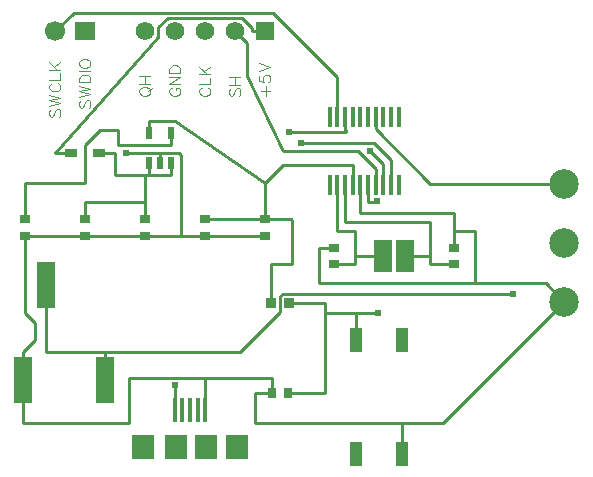
<source format=gtl>
G04 Layer: TopLayer*
G04 EasyEDA v6.5.43, 2024-08-21 00:37:48*
G04 cb6e2e9fbd21486d88ae5690d2d3dc00,10*
G04 Gerber Generator version 0.2*
G04 Scale: 100 percent, Rotated: No, Reflected: No *
G04 Dimensions in millimeters *
G04 leading zeros omitted , absolute positions ,4 integer and 5 decimal *
%FSLAX45Y45*%
%MOMM*%

%AMMACRO1*21,1,$1,$2,0,0,$3*%
%ADD10C,0.1000*%
%ADD11C,0.2540*%
%ADD12O,0.36400740000000004X1.7420082*%
%ADD13R,0.9000X0.8000*%
%ADD14R,1.0000X0.7500*%
%ADD15R,0.6000X1.1000*%
%ADD16MACRO1,1.5X2.7X0.0000*%
%ADD17R,0.4500X2.0000*%
%ADD18R,1.9000X2.1000*%
%ADD19R,0.8000X0.9000*%
%ADD20MACRO1,0.864X0.8065X-90.0000*%
%ADD21R,1.5000X4.0000*%
%ADD22R,1.0000X2.0000*%
%ADD23C,1.5748*%
%ADD24R,1.5748X1.5748*%
%ADD25R,1.7000X1.5748*%
%ADD26C,1.7000*%
%ADD27C,2.5000*%
%ADD28C,0.6100*%
%ADD29C,0.0124*%

%LPD*%
D10*
X725426Y3162554D02*
G01*
X716536Y3153410D01*
X711964Y3139694D01*
X711964Y3121405D01*
X716536Y3107944D01*
X725426Y3098800D01*
X734570Y3098800D01*
X743714Y3103371D01*
X748286Y3107944D01*
X752858Y3117087D01*
X762002Y3144265D01*
X766320Y3153410D01*
X770892Y3157981D01*
X780036Y3162554D01*
X793752Y3162554D01*
X802896Y3153410D01*
X807468Y3139694D01*
X807468Y3121405D01*
X802896Y3107944D01*
X793752Y3098800D01*
X711964Y3192526D02*
G01*
X807468Y3215131D01*
X711964Y3237992D02*
G01*
X807468Y3215131D01*
X711964Y3237992D02*
G01*
X807468Y3260597D01*
X711964Y3283457D02*
G01*
X807468Y3260597D01*
X734570Y3381502D02*
G01*
X725426Y3376929D01*
X716536Y3367786D01*
X711964Y3358895D01*
X711964Y3340607D01*
X716536Y3331463D01*
X725426Y3322320D01*
X734570Y3318002D01*
X748286Y3313429D01*
X770892Y3313429D01*
X784608Y3318002D01*
X793752Y3322320D01*
X802896Y3331463D01*
X807468Y3340607D01*
X807468Y3358895D01*
X802896Y3367786D01*
X793752Y3376929D01*
X784608Y3381502D01*
X711964Y3411473D02*
G01*
X807468Y3411473D01*
X807468Y3411473D02*
G01*
X807468Y3466084D01*
X711964Y3496055D02*
G01*
X807468Y3496055D01*
X711964Y3559810D02*
G01*
X775464Y3496055D01*
X752858Y3518915D02*
G01*
X807468Y3559810D01*
X979426Y3238754D02*
G01*
X970536Y3229610D01*
X965964Y3215894D01*
X965964Y3197605D01*
X970536Y3184144D01*
X979426Y3175000D01*
X988570Y3175000D01*
X997714Y3179571D01*
X1002286Y3184144D01*
X1006858Y3193287D01*
X1016002Y3220465D01*
X1020320Y3229610D01*
X1024892Y3234181D01*
X1034036Y3238754D01*
X1047752Y3238754D01*
X1056896Y3229610D01*
X1061468Y3215894D01*
X1061468Y3197605D01*
X1056896Y3184144D01*
X1047752Y3175000D01*
X965964Y3268726D02*
G01*
X1061468Y3291331D01*
X965964Y3314192D02*
G01*
X1061468Y3291331D01*
X965964Y3314192D02*
G01*
X1061468Y3336797D01*
X965964Y3359657D02*
G01*
X1061468Y3336797D01*
X965964Y3389629D02*
G01*
X1061468Y3389629D01*
X965964Y3389629D02*
G01*
X965964Y3421379D01*
X970536Y3435095D01*
X979426Y3443986D01*
X988570Y3448557D01*
X1002286Y3453129D01*
X1024892Y3453129D01*
X1038608Y3448557D01*
X1047752Y3443986D01*
X1056896Y3435095D01*
X1061468Y3421379D01*
X1061468Y3389629D01*
X965964Y3483102D02*
G01*
X1061468Y3483102D01*
X965964Y3540505D02*
G01*
X970536Y3531362D01*
X979426Y3522218D01*
X988570Y3517645D01*
X1002286Y3513073D01*
X1024892Y3513073D01*
X1038608Y3517645D01*
X1047752Y3522218D01*
X1056896Y3531362D01*
X1061468Y3540505D01*
X1061468Y3558539D01*
X1056896Y3567684D01*
X1047752Y3576828D01*
X1038608Y3581400D01*
X1024892Y3585971D01*
X1002286Y3585971D01*
X988570Y3581400D01*
X979426Y3576828D01*
X970536Y3567684D01*
X965964Y3558539D01*
X965964Y3540505D01*
X1473964Y3303778D02*
G01*
X1478536Y3294887D01*
X1487426Y3285744D01*
X1496570Y3281171D01*
X1510286Y3276600D01*
X1532892Y3276600D01*
X1546608Y3281171D01*
X1555752Y3285744D01*
X1564896Y3294887D01*
X1569468Y3303778D01*
X1569468Y3322065D01*
X1564896Y3331210D01*
X1555752Y3340354D01*
X1546608Y3344671D01*
X1532892Y3349244D01*
X1510286Y3349244D01*
X1496570Y3344671D01*
X1487426Y3340354D01*
X1478536Y3331210D01*
X1473964Y3322065D01*
X1473964Y3303778D01*
X1551180Y3317494D02*
G01*
X1578358Y3344671D01*
X1473964Y3379215D02*
G01*
X1569468Y3379215D01*
X1473964Y3442970D02*
G01*
X1569468Y3442970D01*
X1519430Y3379215D02*
G01*
X1519430Y3442970D01*
X1750570Y3344671D02*
G01*
X1741426Y3340354D01*
X1732536Y3331210D01*
X1727964Y3322065D01*
X1727964Y3303778D01*
X1732536Y3294887D01*
X1741426Y3285744D01*
X1750570Y3281171D01*
X1764286Y3276600D01*
X1786892Y3276600D01*
X1800608Y3281171D01*
X1809752Y3285744D01*
X1818896Y3294887D01*
X1823468Y3303778D01*
X1823468Y3322065D01*
X1818896Y3331210D01*
X1809752Y3340354D01*
X1800608Y3344671D01*
X1786892Y3344671D01*
X1786892Y3322065D02*
G01*
X1786892Y3344671D01*
X1727964Y3374897D02*
G01*
X1823468Y3374897D01*
X1727964Y3374897D02*
G01*
X1823468Y3438397D01*
X1727964Y3438397D02*
G01*
X1823468Y3438397D01*
X1727964Y3468370D02*
G01*
X1823468Y3468370D01*
X1727964Y3468370D02*
G01*
X1727964Y3500120D01*
X1732536Y3513836D01*
X1741426Y3522979D01*
X1750570Y3527552D01*
X1764286Y3532123D01*
X1786892Y3532123D01*
X1800608Y3527552D01*
X1809752Y3522979D01*
X1818896Y3513836D01*
X1823468Y3500120D01*
X1823468Y3468370D01*
X2004570Y3344671D02*
G01*
X1995426Y3340354D01*
X1986536Y3331210D01*
X1981964Y3322065D01*
X1981964Y3303778D01*
X1986536Y3294887D01*
X1995426Y3285744D01*
X2004570Y3281171D01*
X2018286Y3276600D01*
X2040892Y3276600D01*
X2054608Y3281171D01*
X2063752Y3285744D01*
X2072896Y3294887D01*
X2077468Y3303778D01*
X2077468Y3322065D01*
X2072896Y3331210D01*
X2063752Y3340354D01*
X2054608Y3344671D01*
X1981964Y3374897D02*
G01*
X2077468Y3374897D01*
X2077468Y3374897D02*
G01*
X2077468Y3429254D01*
X1981964Y3459226D02*
G01*
X2077468Y3459226D01*
X1981964Y3522979D02*
G01*
X2045464Y3459226D01*
X2022858Y3482086D02*
G01*
X2077468Y3522979D01*
X2249426Y3340354D02*
G01*
X2240536Y3331210D01*
X2235964Y3317494D01*
X2235964Y3299205D01*
X2240536Y3285744D01*
X2249426Y3276600D01*
X2258570Y3276600D01*
X2267714Y3281171D01*
X2272286Y3285744D01*
X2276858Y3294887D01*
X2286002Y3322065D01*
X2290320Y3331210D01*
X2294892Y3335781D01*
X2304036Y3340354D01*
X2317752Y3340354D01*
X2326896Y3331210D01*
X2331468Y3317494D01*
X2331468Y3299205D01*
X2326896Y3285744D01*
X2317752Y3276600D01*
X2235964Y3370326D02*
G01*
X2331468Y3370326D01*
X2235964Y3433826D02*
G01*
X2331468Y3433826D01*
X2281430Y3370326D02*
G01*
X2281430Y3433826D01*
X2503426Y3317494D02*
G01*
X2585468Y3317494D01*
X2544320Y3276600D02*
G01*
X2544320Y3358387D01*
X2489964Y3442970D02*
G01*
X2489964Y3397504D01*
X2530858Y3392931D01*
X2526286Y3397504D01*
X2521714Y3411220D01*
X2521714Y3424681D01*
X2526286Y3438397D01*
X2535430Y3447542D01*
X2548892Y3452113D01*
X2558036Y3452113D01*
X2571752Y3447542D01*
X2580896Y3438397D01*
X2585468Y3424681D01*
X2585468Y3411220D01*
X2580896Y3397504D01*
X2576324Y3392931D01*
X2567180Y3388360D01*
X2489964Y3482086D02*
G01*
X2585468Y3518407D01*
X2489964Y3554729D02*
G01*
X2585468Y3518407D01*
D11*
X1186179Y869950D02*
G01*
X1186179Y1102690D01*
X1186179Y1102690D02*
G01*
X2323896Y1102690D01*
X2669133Y1447927D01*
X2669133Y1580794D01*
X2688412Y1600072D01*
X4639945Y1600072D01*
X3700221Y243916D02*
G01*
X3700221Y376656D01*
X2596997Y760653D02*
G01*
X2596997Y762000D01*
X3700221Y376656D02*
G01*
X3700221Y508711D01*
X3700221Y508711D02*
G01*
X4048709Y508711D01*
X5071872Y1531873D01*
X508000Y2088997D02*
G01*
X1016000Y2088997D01*
X1016000Y2088997D02*
G01*
X1524000Y2088997D01*
X5071872Y1531873D02*
G01*
X4915255Y1688490D01*
X4229430Y1688490D01*
X1825447Y2088997D02*
G01*
X1825447Y2772892D01*
X1808378Y2789961D01*
X1651127Y2789961D01*
X1651000Y2789834D01*
X1524000Y2088997D02*
G01*
X1825447Y2088997D01*
X1825447Y2088997D02*
G01*
X2032000Y2088997D01*
X2032000Y2088997D02*
G01*
X2540000Y2088997D01*
X4140200Y1987702D02*
G01*
X4140200Y2060447D01*
X490220Y1102690D02*
G01*
X596036Y1208506D01*
X596036Y1348486D01*
X508000Y1436522D01*
X508000Y2088997D01*
X490220Y869950D02*
G01*
X490220Y1102690D01*
X1651000Y2778531D02*
G01*
X1651000Y2789834D01*
X1651000Y2702077D02*
G01*
X1651000Y2778531D01*
X1651000Y2789834D02*
G01*
X1650872Y2789961D01*
X1366138Y2789961D01*
X1524000Y2229002D02*
G01*
X1524000Y2265375D01*
X3150692Y3093796D02*
G01*
X3150692Y3433470D01*
X2604261Y3979900D01*
X919200Y3979900D01*
X762000Y3822700D01*
X3727195Y1833829D02*
G01*
X3727195Y1917700D01*
X3537204Y1833829D02*
G01*
X3537204Y1917700D01*
X5071872Y2531871D02*
G01*
X3937101Y2531871D01*
X3475710Y2993262D01*
X3475710Y3093796D01*
X3310204Y1203909D02*
G01*
X3310204Y1270279D01*
X2540000Y3822700D02*
G01*
X2428519Y3822700D01*
X2032000Y2229002D02*
G01*
X2540000Y2229002D01*
X1556004Y2962122D02*
G01*
X1556004Y3049854D01*
X2540000Y2229002D02*
G01*
X2540000Y2265375D01*
X2540000Y2265375D02*
G01*
X2540000Y2301747D01*
X2591688Y1524000D02*
G01*
X2591688Y1854200D01*
X2768600Y1854200D01*
X2768600Y2222500D01*
X2762097Y2229002D01*
X2540000Y2229002D01*
X1745995Y2962122D02*
G01*
X1745995Y2857500D01*
X1295400Y2857500D01*
X1295400Y2984500D01*
X1143000Y2984500D01*
X1016000Y2857500D01*
X1016000Y2540000D01*
X508000Y2540000D01*
X508000Y2229002D01*
X2737002Y762000D02*
G01*
X3048000Y762000D01*
X3048000Y1435100D01*
X3302000Y1435100D01*
X3310204Y1426895D01*
X3310204Y1203909D01*
X2742336Y1524000D02*
G01*
X3048000Y1524000D01*
X3048000Y1435100D01*
X3302000Y1435100D02*
G01*
X3492500Y1435100D01*
X688339Y1670050D02*
G01*
X688339Y1102613D01*
X1186179Y1102613D01*
X4229430Y1688490D02*
G01*
X3144647Y1688490D01*
X2997200Y1689100D01*
X3124200Y1987702D02*
G01*
X2997200Y1987702D01*
X2997200Y1689100D01*
X4319379Y1688490D02*
G01*
X4319379Y2133600D01*
X4140200Y2133600D01*
X4140200Y1987702D01*
X1016000Y2229002D02*
G01*
X1016000Y2374900D01*
X1524000Y2374900D01*
X1524000Y2229002D01*
X1524000Y2374900D02*
G01*
X1524000Y2603500D01*
X898652Y2794000D02*
G01*
X762000Y2794000D01*
X1635505Y3776471D01*
X1635505Y3855212D01*
X1714500Y3934205D01*
X2344674Y3934205D01*
X2428493Y3850639D01*
X2428493Y3822700D01*
X1745995Y2702077D02*
G01*
X1745995Y2603500D01*
X1524000Y2603500D01*
X1133246Y2794000D02*
G01*
X1270000Y2794000D01*
X1270000Y2603500D01*
X1524000Y2603500D01*
X1556004Y2702077D02*
G01*
X1556004Y2603500D01*
X3150692Y2519603D02*
G01*
X3150692Y2133600D01*
X3302000Y2133600D01*
X3302000Y1917700D01*
X3327400Y1917700D01*
X3537204Y1917700D01*
X3124200Y1847697D02*
G01*
X3302000Y1847697D01*
X3302000Y1917700D01*
X3215690Y2519603D02*
G01*
X3215690Y2209800D01*
X3937000Y2209800D01*
X3937000Y1917700D01*
X3727195Y1917700D01*
X4140200Y1847697D02*
G01*
X3937000Y1847697D01*
X3937000Y1930400D01*
X3345713Y2519603D02*
G01*
X3345713Y2286000D01*
X4140200Y2286000D01*
X4140200Y2133600D01*
X3410711Y2519603D02*
G01*
X3410711Y2374900D01*
X3484854Y2374900D01*
X3490671Y2380716D01*
X490220Y869950D02*
G01*
X490220Y508000D01*
X1384300Y508000D01*
X1384300Y889000D01*
X2596895Y889000D01*
X2596895Y762000D01*
X2035022Y610692D02*
G01*
X2035022Y889000D01*
X3700272Y508762D02*
G01*
X2451100Y508000D01*
X2454909Y762000D01*
X2596895Y762000D01*
X1778000Y825500D02*
G01*
X1774926Y822426D01*
X1774926Y610692D01*
X2744774Y2971596D02*
G01*
X3225800Y2971800D01*
X3215690Y2999790D01*
X3215690Y3093796D01*
X3605784Y2519679D02*
G01*
X3605784Y2731515D01*
X3465575Y2871723D01*
X2848356Y2871723D01*
X3429000Y2806700D02*
G01*
X3540706Y2694993D01*
X3540706Y2519679D01*
X2286000Y3822700D02*
G01*
X2383027Y3725671D01*
X2383027Y3446271D01*
X2692400Y2806700D01*
X3327400Y2806700D01*
X3475736Y2658363D01*
X3475736Y2519679D01*
X3280663Y2519679D02*
G01*
X3280663Y2692400D01*
X2692400Y2692400D01*
X2540000Y2540000D01*
X2540000Y2301747D01*
X2540000Y2540000D02*
G01*
X1778254Y3063494D01*
X1556004Y3063494D01*
X1556004Y3049778D01*
D12*
G01*
X3085693Y2519603D03*
G01*
X3150692Y2519603D03*
G01*
X3215690Y2519603D03*
G01*
X3280689Y2519603D03*
G01*
X3345713Y2519603D03*
G01*
X3410711Y2519603D03*
G01*
X3475710Y2519603D03*
G01*
X3540709Y2519603D03*
G01*
X3605707Y2519603D03*
G01*
X3670706Y2519603D03*
G01*
X3085693Y3093796D03*
G01*
X3150692Y3093796D03*
G01*
X3215690Y3093796D03*
G01*
X3280689Y3093796D03*
G01*
X3345713Y3093796D03*
G01*
X3410711Y3093796D03*
G01*
X3475710Y3093796D03*
G01*
X3540709Y3093796D03*
G01*
X3605707Y3093796D03*
G01*
X3670706Y3093796D03*
D13*
G01*
X2540000Y2229002D03*
G01*
X2540000Y2088997D03*
G01*
X2032000Y2229002D03*
G01*
X2032000Y2088997D03*
G01*
X3124200Y1847697D03*
G01*
X3124200Y1987702D03*
G01*
X4140200Y1847697D03*
G01*
X4140200Y1987702D03*
G01*
X1016000Y2229002D03*
G01*
X1016000Y2088997D03*
G01*
X1524000Y2229002D03*
G01*
X1524000Y2088997D03*
G01*
X508000Y2229002D03*
G01*
X508000Y2088997D03*
D14*
G01*
X898753Y2794000D03*
G01*
X1133246Y2794000D03*
D15*
G01*
X1556004Y2962122D03*
G01*
X1745995Y2962122D03*
G01*
X1745995Y2702077D03*
G01*
X1651000Y2702077D03*
G01*
X1556004Y2702077D03*
D16*
G01*
X3727202Y1917700D03*
G01*
X3537202Y1917700D03*
D17*
G01*
X2035022Y610692D03*
G01*
X1969998Y610692D03*
G01*
X1904974Y610692D03*
G01*
X1839950Y610692D03*
G01*
X1774926Y610692D03*
D18*
G01*
X2304973Y303682D03*
G01*
X1505000Y303682D03*
G01*
X1784019Y302158D03*
G01*
X2035987Y300202D03*
D19*
G01*
X2737002Y762000D03*
G01*
X2596997Y762000D03*
D20*
G01*
X2591677Y1524000D03*
G01*
X2742327Y1524000D03*
D21*
G01*
X490220Y869950D03*
G01*
X1186179Y869950D03*
G01*
X688339Y1670050D03*
D22*
G01*
X3700221Y1203909D03*
G01*
X3700221Y243890D03*
G01*
X3310204Y1203909D03*
G01*
X3310204Y243890D03*
D23*
G01*
X1524000Y3822700D03*
G01*
X1778000Y3822700D03*
G01*
X2032000Y3822700D03*
G01*
X2286000Y3822700D03*
D24*
G01*
X2540000Y3822700D03*
D25*
G01*
X1016000Y3822700D03*
D26*
G01*
X762000Y3822700D03*
D27*
G01*
X5071872Y2032000D03*
G01*
X5071872Y2531871D03*
G01*
X5071872Y1531873D03*
D28*
G01*
X1778000Y825500D03*
G01*
X2848305Y2871698D03*
G01*
X3429000Y2806700D03*
G01*
X2744774Y2971596D03*
G01*
X3490671Y2380716D03*
G01*
X3492500Y1435100D03*
G01*
X1366138Y2789961D03*
G01*
X4639945Y1600072D03*
M02*

</source>
